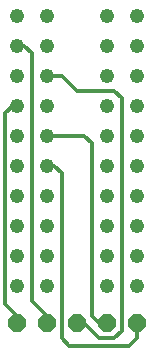
<source format=gbl>
G75*
%MOIN*%
%OFA0B0*%
%FSLAX24Y24*%
%IPPOS*%
%LPD*%
%AMOC8*
5,1,8,0,0,1.08239X$1,22.5*
%
%ADD10C,0.0480*%
%ADD11OC8,0.0600*%
%ADD12C,0.0120*%
D10*
X000900Y005750D03*
X000900Y006750D03*
X000900Y007750D03*
X000900Y008750D03*
X000900Y009750D03*
X000900Y010750D03*
X000900Y011750D03*
X000900Y012750D03*
X000900Y013750D03*
X000900Y014750D03*
X001900Y014750D03*
X001900Y013750D03*
X001900Y012750D03*
X001900Y011750D03*
X001900Y010750D03*
X001900Y009750D03*
X001900Y008750D03*
X001900Y007750D03*
X001900Y006750D03*
X001900Y005750D03*
X003900Y005750D03*
X003900Y006750D03*
X003900Y007750D03*
X003900Y008750D03*
X003900Y009750D03*
X003900Y010750D03*
X003900Y011750D03*
X003900Y012750D03*
X003900Y013750D03*
X003900Y014750D03*
X004900Y014750D03*
X004900Y013750D03*
X004900Y012750D03*
X004900Y011750D03*
X004900Y010750D03*
X004900Y009750D03*
X004900Y008750D03*
X004900Y007750D03*
X004900Y006750D03*
X004900Y005750D03*
D11*
X000900Y004500D03*
X001900Y004500D03*
X002900Y004500D03*
X003900Y004500D03*
X004900Y004500D03*
D12*
X004900Y004000D01*
X004650Y003750D01*
X002650Y003750D01*
X002400Y004000D01*
X002400Y009500D01*
X002150Y009750D01*
X001900Y009750D01*
X001900Y010750D02*
X003150Y010750D01*
X003400Y010500D01*
X003400Y004750D01*
X003650Y004500D01*
X003900Y004500D01*
X003650Y004000D02*
X004150Y004000D01*
X004400Y004250D01*
X004400Y012000D01*
X004150Y012250D01*
X002900Y012250D01*
X002400Y012750D01*
X001900Y012750D01*
X001400Y013500D02*
X001150Y013750D01*
X000900Y013750D01*
X001400Y013500D02*
X001400Y005250D01*
X001900Y004750D01*
X001900Y004500D01*
X000900Y004500D02*
X000900Y004750D01*
X000525Y005125D01*
X000525Y011500D01*
X000775Y011750D01*
X000900Y011750D01*
X002900Y004500D02*
X003150Y004500D01*
X003650Y004000D01*
M02*

</source>
